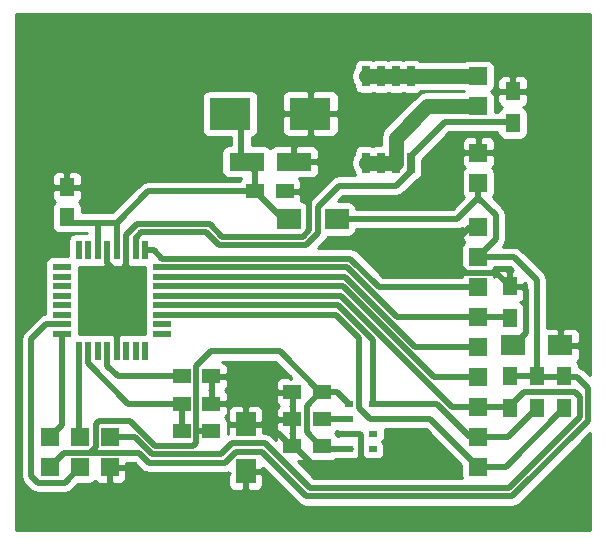
<source format=gbr>
G04 #@! TF.FileFunction,Copper,L1,Top,Signal*
%FSLAX46Y46*%
G04 Gerber Fmt 4.6, Leading zero omitted, Abs format (unit mm)*
G04 Created by KiCad (PCBNEW (2015-04-05 BZR 5577)-product) date Ne 27. září 2015, 11:55:30 CEST*
%MOMM*%
G01*
G04 APERTURE LIST*
%ADD10C,0.100000*%
%ADD11R,0.650000X1.700000*%
%ADD12R,1.500000X1.250000*%
%ADD13R,0.550000X1.600000*%
%ADD14R,1.600000X0.550000*%
%ADD15R,1.524000X1.524000*%
%ADD16R,0.800000X0.500000*%
%ADD17R,2.999740X1.501140*%
%ADD18R,3.500120X2.700020*%
%ADD19R,1.300000X1.500000*%
%ADD20R,2.000000X1.700000*%
%ADD21R,1.700000X2.000000*%
%ADD22R,1.250000X1.500000*%
%ADD23C,0.500000*%
%ADD24C,1.250000*%
%ADD25C,0.254000*%
G04 APERTURE END LIST*
D10*
D11*
X196295000Y-104250000D03*
X197565000Y-104250000D03*
X198835000Y-104250000D03*
X200105000Y-104250000D03*
X200105000Y-96950000D03*
X198835000Y-96950000D03*
X197565000Y-96950000D03*
X196295000Y-96950000D03*
D12*
X180730000Y-124650000D03*
X183230000Y-124650000D03*
X186965700Y-106677200D03*
X189465700Y-106677200D03*
X180730000Y-122350000D03*
X183230000Y-122350000D03*
X192580000Y-123675000D03*
X190080000Y-123675000D03*
X192590000Y-128270000D03*
X190090000Y-128270000D03*
X192590000Y-125980000D03*
X190090000Y-125980000D03*
D13*
X177617900Y-111669600D03*
X176817900Y-111669600D03*
X176017900Y-111669600D03*
X175217900Y-111669600D03*
X174417900Y-111669600D03*
X173617900Y-111669600D03*
X172817900Y-111669600D03*
X172017900Y-111669600D03*
D14*
X170567900Y-113119600D03*
X170567900Y-113919600D03*
X170567900Y-114719600D03*
X170567900Y-115519600D03*
X170567900Y-116319600D03*
X170567900Y-117119600D03*
X170567900Y-117919600D03*
X170567900Y-118719600D03*
D13*
X172017900Y-120169600D03*
X172817900Y-120169600D03*
X173617900Y-120169600D03*
X174417900Y-120169600D03*
X175217900Y-120169600D03*
X176017900Y-120169600D03*
X176817900Y-120169600D03*
X177617900Y-120169600D03*
D14*
X179067900Y-118719600D03*
X179067900Y-117919600D03*
X179067900Y-117119600D03*
X179067900Y-116319600D03*
X179067900Y-115519600D03*
X179067900Y-114719600D03*
X179067900Y-113919600D03*
X179067900Y-113119600D03*
D15*
X205800000Y-96930000D03*
X205800000Y-99470000D03*
X169560000Y-127510000D03*
X169560000Y-130050000D03*
X172100000Y-127510000D03*
X172100000Y-130050000D03*
X174640000Y-127510000D03*
X174640000Y-130050000D03*
D12*
X180730000Y-126950000D03*
X183230000Y-126950000D03*
D16*
X196900000Y-124705000D03*
X196900000Y-125955000D03*
X196900000Y-127205000D03*
X196900000Y-128455000D03*
X194900000Y-128455000D03*
X194900000Y-127205000D03*
X194900000Y-125955000D03*
X194890000Y-124705000D03*
D15*
X205810000Y-109700000D03*
X205810000Y-112240000D03*
X205810000Y-114780000D03*
X205810000Y-117320000D03*
X205810000Y-119860000D03*
X205810000Y-122400000D03*
X205810000Y-124940000D03*
X205810000Y-127480000D03*
X205810000Y-130020000D03*
X205830000Y-103420000D03*
X205830000Y-105960000D03*
D17*
X190218980Y-104180000D03*
X186221020Y-104180000D03*
D18*
X184818940Y-100100000D03*
X191621060Y-100100000D03*
D19*
X210780000Y-122330000D03*
X210780000Y-125030000D03*
X213100000Y-122330000D03*
X213100000Y-125030000D03*
X208490000Y-122340000D03*
X208490000Y-125040000D03*
X208740000Y-100910000D03*
X208740000Y-98210000D03*
X208480000Y-117420000D03*
X208480000Y-114720000D03*
D20*
X208790000Y-119730000D03*
X212790000Y-119730000D03*
X189840000Y-109020000D03*
X193840000Y-109020000D03*
D21*
X186140000Y-126390000D03*
X186140000Y-130390000D03*
D22*
X170990000Y-108840000D03*
X170990000Y-106340000D03*
D23*
X172817900Y-120169600D02*
X172817900Y-121254602D01*
X172817900Y-121254602D02*
X176213298Y-124650000D01*
X176213298Y-124650000D02*
X179480000Y-124650000D01*
X179480000Y-124650000D02*
X180730000Y-124650000D01*
X180605000Y-124650000D02*
X180730000Y-124650000D01*
X180744300Y-124942800D02*
X180744300Y-127242800D01*
X195940000Y-127345000D02*
X195940000Y-129690000D01*
X194900000Y-127205000D02*
X195800000Y-127205000D01*
X195800000Y-127205000D02*
X195940000Y-127345000D01*
X191905000Y-129960000D02*
X197190000Y-129960000D01*
X176017900Y-111669600D02*
X176017900Y-110369600D01*
X176017900Y-110369600D02*
X176927510Y-109459990D01*
X190950002Y-110520000D02*
X191520000Y-109950002D01*
X191520000Y-109950002D02*
X191520000Y-106530000D01*
X176927510Y-109459990D02*
X183079990Y-109459990D01*
X183079990Y-109459990D02*
X184140000Y-110520000D01*
X184140000Y-110520000D02*
X190950002Y-110520000D01*
X190090000Y-128270000D02*
X190215000Y-128270000D01*
X190215000Y-128270000D02*
X191905000Y-129960000D01*
X197990000Y-129160000D02*
X197990000Y-128020000D01*
X197190000Y-129960000D02*
X197990000Y-129160000D01*
X197990000Y-128020000D02*
X197850000Y-127880000D01*
X188735000Y-127145000D02*
X188670000Y-127210000D01*
X190090000Y-128270000D02*
X189965000Y-128270000D01*
X189965000Y-128270000D02*
X188840000Y-127145000D01*
X188840000Y-127145000D02*
X188735000Y-127145000D01*
X205810000Y-109700000D02*
X205120000Y-109700000D01*
X205120000Y-109700000D02*
X204120000Y-110700000D01*
X204120000Y-110700000D02*
X204120000Y-112884002D01*
X208480000Y-114695000D02*
X208480000Y-114820000D01*
X204120000Y-112884002D02*
X204803997Y-113567999D01*
X204803997Y-113567999D02*
X207352999Y-113567999D01*
X207352999Y-113567999D02*
X208480000Y-114695000D01*
X208790000Y-119730000D02*
X209830000Y-118690000D01*
X209830000Y-118690000D02*
X209830000Y-115070000D01*
X209830000Y-115070000D02*
X209580000Y-114820000D01*
X209580000Y-114820000D02*
X208480000Y-114820000D01*
X175217900Y-113744565D02*
X176017900Y-112944565D01*
X176017900Y-112944565D02*
X176017900Y-111669600D01*
X175217900Y-120169600D02*
X175217900Y-113744565D01*
X183230000Y-124650000D02*
X183105000Y-124650000D01*
X175217900Y-113554602D02*
X175217900Y-113744565D01*
X174417900Y-112754602D02*
X175217900Y-113554602D01*
X174417900Y-111669600D02*
X174417900Y-112754602D01*
X210780000Y-122330000D02*
X208500000Y-122330000D01*
X208500000Y-122330000D02*
X208490000Y-122340000D01*
X170120000Y-129540000D02*
X170070000Y-129540000D01*
X170070000Y-129540000D02*
X169560000Y-130050000D01*
X175217900Y-111669600D02*
X175217900Y-109322100D01*
X175217900Y-109322100D02*
X177862800Y-106677200D01*
X177862800Y-106677200D02*
X185715700Y-106677200D01*
X185715700Y-106677200D02*
X186965700Y-106677200D01*
X189840000Y-109020000D02*
X189308500Y-109020000D01*
X189308500Y-109020000D02*
X186965700Y-106677200D01*
X193840000Y-109020000D02*
X204032000Y-109020000D01*
X204032000Y-109020000D02*
X205830000Y-107222000D01*
X205830000Y-107222000D02*
X205830000Y-105960000D01*
X186965700Y-106677200D02*
X187090700Y-106677200D01*
X194900000Y-128455000D02*
X194810100Y-128455000D01*
X193860000Y-123675000D02*
X194890000Y-124705000D01*
X192580000Y-123675000D02*
X193860000Y-123675000D01*
X192775000Y-128455000D02*
X192590000Y-128270000D01*
X194900000Y-128455000D02*
X192775000Y-128455000D01*
X195050000Y-128455000D02*
X194900000Y-128455000D01*
X192465000Y-128270000D02*
X191290001Y-127095001D01*
X191290001Y-127095001D02*
X191290001Y-125162011D01*
X192590000Y-128270000D02*
X192465000Y-128270000D01*
X170760000Y-128860000D02*
X170790000Y-128830000D01*
X170750000Y-128860000D02*
X170760000Y-128860000D01*
X170790000Y-128830000D02*
X172960000Y-128830000D01*
X181930001Y-126999999D02*
X181980000Y-126950000D01*
X169560000Y-130050000D02*
X170750000Y-128860000D01*
X181980000Y-126950000D02*
X183230000Y-126950000D01*
X192580000Y-123675000D02*
X192455000Y-123675000D01*
X181930001Y-121464997D02*
X181930001Y-126999999D01*
X183164998Y-120230000D02*
X181930001Y-121464997D01*
X189010000Y-120230000D02*
X183164998Y-120230000D01*
X192455000Y-123675000D02*
X189010000Y-120230000D01*
X181930001Y-128019999D02*
X181930001Y-126999999D01*
X181690000Y-128260000D02*
X181930001Y-128019999D01*
X173695998Y-126120000D02*
X176360000Y-126120000D01*
X173427999Y-126387999D02*
X173695998Y-126120000D01*
X178500000Y-128260000D02*
X181690000Y-128260000D01*
X176360000Y-126120000D02*
X178500000Y-128260000D01*
X173427999Y-128362001D02*
X173427999Y-126387999D01*
X207300000Y-110750000D02*
X205810000Y-112240000D01*
X207300000Y-108692000D02*
X207300000Y-110750000D01*
X205830000Y-107222000D02*
X207300000Y-108692000D01*
X185750000Y-103708980D02*
X186221020Y-104180000D01*
X185750000Y-101031060D02*
X185750000Y-103708980D01*
X184818940Y-100100000D02*
X185750000Y-101031060D01*
X186965700Y-104924680D02*
X186221020Y-104180000D01*
X186965700Y-106677200D02*
X186965700Y-104924680D01*
X174237900Y-109322100D02*
X175217900Y-109322100D01*
X173617900Y-109322100D02*
X174237900Y-109322100D01*
X173617900Y-111669600D02*
X173617900Y-109322100D01*
X171470000Y-109320000D02*
X170990000Y-108840000D01*
X173615800Y-109320000D02*
X171470000Y-109320000D01*
X173617900Y-109322100D02*
X173615800Y-109320000D01*
X191290000Y-124840000D02*
X191290000Y-125300000D01*
X192455000Y-123675000D02*
X191290000Y-124840000D01*
X172960000Y-128830000D02*
X173427999Y-128362001D01*
X175754002Y-128830000D02*
X172960000Y-128830000D01*
X177090074Y-128830000D02*
X175754002Y-128830000D01*
X184349943Y-129660020D02*
X177920094Y-129660020D01*
X185289963Y-128720000D02*
X184349943Y-129660020D01*
X215120010Y-126084955D02*
X208694955Y-132510010D01*
X214225000Y-122430000D02*
X215120010Y-123325010D01*
X177920094Y-129660020D02*
X177090074Y-128830000D01*
X210770000Y-122440000D02*
X213090000Y-122440000D01*
X210780000Y-122430000D02*
X210770000Y-122440000D01*
X210780000Y-114170000D02*
X210780000Y-122430000D01*
X187490037Y-128720000D02*
X185289963Y-128720000D01*
X208850000Y-112240000D02*
X210780000Y-114170000D01*
X213090000Y-122440000D02*
X213100000Y-122430000D01*
X215120010Y-123325010D02*
X215120010Y-126084955D01*
X213100000Y-122430000D02*
X214225000Y-122430000D01*
X208694955Y-132510010D02*
X191280047Y-132510010D01*
X191280047Y-132510010D02*
X187490037Y-128720000D01*
X205810000Y-112240000D02*
X208850000Y-112240000D01*
X180730000Y-122350000D02*
X175298300Y-122350000D01*
X175298300Y-122350000D02*
X174417900Y-121469600D01*
X174417900Y-121469600D02*
X174417900Y-120169600D01*
X180730000Y-122350000D02*
X180605000Y-122350000D01*
X192615000Y-125955000D02*
X192590000Y-125980000D01*
X194900000Y-125955000D02*
X192615000Y-125955000D01*
X172100000Y-130050000D02*
X170810000Y-131340000D01*
X170810000Y-131340000D02*
X168515998Y-131340000D01*
X167990000Y-119197500D02*
X169267900Y-117919600D01*
X169267900Y-117919600D02*
X170567900Y-117919600D01*
X168515998Y-131340000D02*
X167990000Y-130814002D01*
X167990000Y-130814002D02*
X167990000Y-119197500D01*
X170567900Y-118719600D02*
X170567900Y-126502100D01*
X170567900Y-126502100D02*
X169560000Y-127510000D01*
X172017900Y-120169600D02*
X172017900Y-127427900D01*
X172017900Y-127427900D02*
X172100000Y-127510000D01*
X196900000Y-125955000D02*
X201745000Y-125955000D01*
X201745000Y-125955000D02*
X205810000Y-130020000D01*
X205810000Y-130020000D02*
X208135000Y-130020000D01*
X208135000Y-130020000D02*
X213100000Y-125055000D01*
X213100000Y-125055000D02*
X213100000Y-124930000D01*
X196750000Y-125955000D02*
X196900000Y-125955000D01*
X180367900Y-117119600D02*
X179067900Y-117119600D01*
X193789600Y-117119600D02*
X180367900Y-117119600D01*
X195740001Y-119070001D02*
X193789600Y-117119600D01*
X195740001Y-125005003D02*
X195740001Y-119070001D01*
X196689998Y-125955000D02*
X195740001Y-125005003D01*
X196900000Y-125955000D02*
X196689998Y-125955000D01*
X196900000Y-124705000D02*
X202335188Y-124705000D01*
X202335188Y-124705000D02*
X205110188Y-127480000D01*
X205110188Y-127480000D02*
X205810000Y-127480000D01*
X205810000Y-127480000D02*
X208355000Y-127480000D01*
X208355000Y-127480000D02*
X210780000Y-125055000D01*
X210780000Y-125055000D02*
X210780000Y-124930000D01*
X179067900Y-116319600D02*
X193979563Y-116319600D01*
X196900000Y-123955000D02*
X196900000Y-124705000D01*
X193979563Y-116319600D02*
X196900000Y-119240037D01*
X196900000Y-119240037D02*
X196900000Y-123955000D01*
X208490000Y-124940000D02*
X205810000Y-124940000D01*
X178210047Y-128960010D02*
X176760037Y-127510000D01*
X184059990Y-128960010D02*
X178210047Y-128960010D01*
X185000010Y-128019990D02*
X184059990Y-128960010D01*
X191570000Y-131810000D02*
X187779990Y-128019990D01*
X214420000Y-125795002D02*
X208405002Y-131810000D01*
X214420000Y-124064998D02*
X214420000Y-125795002D01*
X213985003Y-123630001D02*
X214420000Y-124064998D01*
X209674999Y-123630001D02*
X213985003Y-123630001D01*
X208490000Y-124815000D02*
X209674999Y-123630001D01*
X208405002Y-131810000D02*
X191570000Y-131810000D01*
X176760037Y-127510000D02*
X175902000Y-127510000D01*
X187779990Y-128019990D02*
X185000010Y-128019990D01*
X208490000Y-124940000D02*
X208490000Y-124815000D01*
X175902000Y-127510000D02*
X174640000Y-127510000D01*
X194169526Y-115519600D02*
X203589926Y-124940000D01*
X179067900Y-115519600D02*
X194169526Y-115519600D01*
X203589926Y-124940000D02*
X204548000Y-124940000D01*
X204548000Y-124940000D02*
X205810000Y-124940000D01*
X202039889Y-122400000D02*
X204548000Y-122400000D01*
X204548000Y-122400000D02*
X205810000Y-122400000D01*
X194359489Y-114719600D02*
X202039889Y-122400000D01*
X179067900Y-114719600D02*
X194359489Y-114719600D01*
X194549452Y-113919600D02*
X200489852Y-119860000D01*
X179067900Y-113919600D02*
X194549452Y-113919600D01*
X200489852Y-119860000D02*
X204548000Y-119860000D01*
X204548000Y-119860000D02*
X205810000Y-119860000D01*
D24*
X196295000Y-96950000D02*
X197565000Y-96950000D01*
X198835000Y-96950000D02*
X197565000Y-96950000D01*
X200105000Y-96950000D02*
X198835000Y-96950000D01*
X205800000Y-96930000D02*
X200125000Y-96930000D01*
X200125000Y-96930000D02*
X200105000Y-96950000D01*
X198835000Y-102150000D02*
X198835000Y-104250000D01*
X201515000Y-99470000D02*
X198835000Y-102150000D01*
X205800000Y-99470000D02*
X201515000Y-99470000D01*
X196295000Y-104250000D02*
X197565000Y-104250000D01*
X196295000Y-104250000D02*
X198835000Y-104250000D01*
D23*
X200105000Y-104250000D02*
X200105000Y-104965002D01*
X200105000Y-104965002D02*
X198870002Y-106200000D01*
X198870002Y-106200000D02*
X194049998Y-106200000D01*
X192270000Y-107979998D02*
X192270000Y-110189965D01*
X183850047Y-111220010D02*
X182790038Y-110160000D01*
X194049998Y-106200000D02*
X192270000Y-107979998D01*
X176817900Y-110584598D02*
X176817900Y-111669600D01*
X192270000Y-110189965D02*
X191239955Y-111220010D01*
X191239955Y-111220010D02*
X183850047Y-111220010D01*
X182790038Y-110160000D02*
X177242498Y-110160000D01*
X177242498Y-110160000D02*
X176892899Y-110509599D01*
X176892899Y-110509599D02*
X176892899Y-110659597D01*
X176892899Y-110659597D02*
X176817900Y-110584598D01*
X208740000Y-100810000D02*
X203020000Y-100810000D01*
X203020000Y-100810000D02*
X200105000Y-103725000D01*
X200105000Y-103725000D02*
X200105000Y-104250000D01*
X208480000Y-117320000D02*
X205810000Y-117320000D01*
X194739415Y-113119600D02*
X198939815Y-117320000D01*
X179067900Y-113119600D02*
X194739415Y-113119600D01*
X204548000Y-117320000D02*
X205810000Y-117320000D01*
X198939815Y-117320000D02*
X204548000Y-117320000D01*
X205499600Y-114469600D02*
X205810000Y-114780000D01*
X178392900Y-111669600D02*
X179093310Y-112370010D01*
X194979787Y-112370010D02*
X197389777Y-114780000D01*
X179093310Y-112370010D02*
X194979787Y-112370010D01*
X197389777Y-114780000D02*
X204548000Y-114780000D01*
X177617900Y-111669600D02*
X178392900Y-111669600D01*
X204548000Y-114780000D02*
X205810000Y-114780000D01*
D25*
G36*
X177645113Y-118321665D02*
X177620460Y-118444600D01*
X177620460Y-118722160D01*
X177342900Y-118722160D01*
X177215834Y-118746813D01*
X177092900Y-118722160D01*
X176542900Y-118722160D01*
X176415834Y-118746813D01*
X176292900Y-118722160D01*
X175742900Y-118722160D01*
X175638213Y-118742471D01*
X175619210Y-118734600D01*
X175503650Y-118734600D01*
X175408490Y-118829759D01*
X175287973Y-118908927D01*
X175217945Y-119012668D01*
X175153573Y-118914673D01*
X175026337Y-118828787D01*
X174932150Y-118734600D01*
X174816590Y-118734600D01*
X174796476Y-118742931D01*
X174692900Y-118722160D01*
X174142900Y-118722160D01*
X174015834Y-118746813D01*
X173892900Y-118722160D01*
X173342900Y-118722160D01*
X173215834Y-118746813D01*
X173092900Y-118722160D01*
X172542900Y-118722160D01*
X172415834Y-118746813D01*
X172292900Y-118722160D01*
X172015340Y-118722160D01*
X172015340Y-118444600D01*
X171990686Y-118317534D01*
X172015340Y-118194600D01*
X172015340Y-117644600D01*
X171990686Y-117517534D01*
X172015340Y-117394600D01*
X172015340Y-116844600D01*
X171990686Y-116717534D01*
X172015340Y-116594600D01*
X172015340Y-116044600D01*
X171990686Y-115917534D01*
X172015340Y-115794600D01*
X172015340Y-115244600D01*
X171990686Y-115117534D01*
X172015340Y-114994600D01*
X172015340Y-114444600D01*
X171990686Y-114317534D01*
X172015340Y-114194600D01*
X172015340Y-113644600D01*
X171990686Y-113517534D01*
X172015340Y-113394600D01*
X172015340Y-113117040D01*
X172292900Y-113117040D01*
X172419965Y-113092386D01*
X172542900Y-113117040D01*
X173092900Y-113117040D01*
X173219965Y-113092386D01*
X173342900Y-113117040D01*
X173892900Y-113117040D01*
X173997586Y-113096728D01*
X174016590Y-113104600D01*
X174132150Y-113104600D01*
X174227309Y-113009440D01*
X174347827Y-112930273D01*
X174417854Y-112826531D01*
X174482227Y-112924527D01*
X174609462Y-113010412D01*
X174703650Y-113104600D01*
X174819210Y-113104600D01*
X174839323Y-113096268D01*
X174942900Y-113117040D01*
X175492900Y-113117040D01*
X175597586Y-113096728D01*
X175616590Y-113104600D01*
X175732150Y-113104600D01*
X175827309Y-113009440D01*
X175947827Y-112930273D01*
X176017854Y-112826531D01*
X176082227Y-112924527D01*
X176209462Y-113010412D01*
X176303650Y-113104600D01*
X176419210Y-113104600D01*
X176439323Y-113096268D01*
X176542900Y-113117040D01*
X177092900Y-113117040D01*
X177219965Y-113092386D01*
X177342900Y-113117040D01*
X177620460Y-113117040D01*
X177620460Y-113394600D01*
X177645113Y-113521665D01*
X177620460Y-113644600D01*
X177620460Y-114194600D01*
X177645113Y-114321665D01*
X177620460Y-114444600D01*
X177620460Y-114994600D01*
X177645113Y-115121665D01*
X177620460Y-115244600D01*
X177620460Y-115794600D01*
X177645113Y-115921665D01*
X177620460Y-116044600D01*
X177620460Y-116594600D01*
X177645113Y-116721665D01*
X177620460Y-116844600D01*
X177620460Y-117394600D01*
X177645113Y-117521665D01*
X177620460Y-117644600D01*
X177620460Y-118194600D01*
X177645113Y-118321665D01*
X177645113Y-118321665D01*
G37*
X177645113Y-118321665D02*
X177620460Y-118444600D01*
X177620460Y-118722160D01*
X177342900Y-118722160D01*
X177215834Y-118746813D01*
X177092900Y-118722160D01*
X176542900Y-118722160D01*
X176415834Y-118746813D01*
X176292900Y-118722160D01*
X175742900Y-118722160D01*
X175638213Y-118742471D01*
X175619210Y-118734600D01*
X175503650Y-118734600D01*
X175408490Y-118829759D01*
X175287973Y-118908927D01*
X175217945Y-119012668D01*
X175153573Y-118914673D01*
X175026337Y-118828787D01*
X174932150Y-118734600D01*
X174816590Y-118734600D01*
X174796476Y-118742931D01*
X174692900Y-118722160D01*
X174142900Y-118722160D01*
X174015834Y-118746813D01*
X173892900Y-118722160D01*
X173342900Y-118722160D01*
X173215834Y-118746813D01*
X173092900Y-118722160D01*
X172542900Y-118722160D01*
X172415834Y-118746813D01*
X172292900Y-118722160D01*
X172015340Y-118722160D01*
X172015340Y-118444600D01*
X171990686Y-118317534D01*
X172015340Y-118194600D01*
X172015340Y-117644600D01*
X171990686Y-117517534D01*
X172015340Y-117394600D01*
X172015340Y-116844600D01*
X171990686Y-116717534D01*
X172015340Y-116594600D01*
X172015340Y-116044600D01*
X171990686Y-115917534D01*
X172015340Y-115794600D01*
X172015340Y-115244600D01*
X171990686Y-115117534D01*
X172015340Y-114994600D01*
X172015340Y-114444600D01*
X171990686Y-114317534D01*
X172015340Y-114194600D01*
X172015340Y-113644600D01*
X171990686Y-113517534D01*
X172015340Y-113394600D01*
X172015340Y-113117040D01*
X172292900Y-113117040D01*
X172419965Y-113092386D01*
X172542900Y-113117040D01*
X173092900Y-113117040D01*
X173219965Y-113092386D01*
X173342900Y-113117040D01*
X173892900Y-113117040D01*
X173997586Y-113096728D01*
X174016590Y-113104600D01*
X174132150Y-113104600D01*
X174227309Y-113009440D01*
X174347827Y-112930273D01*
X174417854Y-112826531D01*
X174482227Y-112924527D01*
X174609462Y-113010412D01*
X174703650Y-113104600D01*
X174819210Y-113104600D01*
X174839323Y-113096268D01*
X174942900Y-113117040D01*
X175492900Y-113117040D01*
X175597586Y-113096728D01*
X175616590Y-113104600D01*
X175732150Y-113104600D01*
X175827309Y-113009440D01*
X175947827Y-112930273D01*
X176017854Y-112826531D01*
X176082227Y-112924527D01*
X176209462Y-113010412D01*
X176303650Y-113104600D01*
X176419210Y-113104600D01*
X176439323Y-113096268D01*
X176542900Y-113117040D01*
X177092900Y-113117040D01*
X177219965Y-113092386D01*
X177342900Y-113117040D01*
X177620460Y-113117040D01*
X177620460Y-113394600D01*
X177645113Y-113521665D01*
X177620460Y-113644600D01*
X177620460Y-114194600D01*
X177645113Y-114321665D01*
X177620460Y-114444600D01*
X177620460Y-114994600D01*
X177645113Y-115121665D01*
X177620460Y-115244600D01*
X177620460Y-115794600D01*
X177645113Y-115921665D01*
X177620460Y-116044600D01*
X177620460Y-116594600D01*
X177645113Y-116721665D01*
X177620460Y-116844600D01*
X177620460Y-117394600D01*
X177645113Y-117521665D01*
X177620460Y-117644600D01*
X177620460Y-118194600D01*
X177645113Y-118321665D01*
G36*
X190263250Y-124832500D02*
X190217000Y-124878750D01*
X190217000Y-125853000D01*
X190237000Y-125853000D01*
X190237000Y-126107000D01*
X190217000Y-126107000D01*
X190217000Y-127081250D01*
X190260750Y-127125000D01*
X190217000Y-127168750D01*
X190217000Y-128143000D01*
X190237000Y-128143000D01*
X190237000Y-128397000D01*
X190217000Y-128397000D01*
X190217000Y-128417000D01*
X189963000Y-128417000D01*
X189963000Y-128397000D01*
X189943000Y-128397000D01*
X189943000Y-128143000D01*
X189963000Y-128143000D01*
X189963000Y-127168750D01*
X189919250Y-127125000D01*
X189963000Y-127081250D01*
X189963000Y-126107000D01*
X189963000Y-125853000D01*
X189963000Y-124878750D01*
X189906750Y-124822500D01*
X189953000Y-124776250D01*
X189953000Y-123802000D01*
X188853750Y-123802000D01*
X188695000Y-123960750D01*
X188695000Y-124173691D01*
X188695000Y-124426310D01*
X188791673Y-124659699D01*
X188964474Y-124832499D01*
X188801673Y-124995301D01*
X188705000Y-125228690D01*
X188705000Y-125481309D01*
X188705000Y-125694250D01*
X188863750Y-125853000D01*
X189963000Y-125853000D01*
X189963000Y-126107000D01*
X188863750Y-126107000D01*
X188705000Y-126265750D01*
X188705000Y-126478691D01*
X188705000Y-126731310D01*
X188801673Y-126964699D01*
X188961974Y-127125000D01*
X188801673Y-127285301D01*
X188705000Y-127518690D01*
X188705000Y-127693420D01*
X188405780Y-127394200D01*
X188118665Y-127202357D01*
X188062474Y-127191179D01*
X187779990Y-127134989D01*
X187779984Y-127134990D01*
X187625000Y-127134990D01*
X187625000Y-126675750D01*
X187625000Y-126104250D01*
X187625000Y-125263691D01*
X187528327Y-125030302D01*
X187349699Y-124851673D01*
X187116310Y-124755000D01*
X186863691Y-124755000D01*
X186425750Y-124755000D01*
X186267000Y-124913750D01*
X186267000Y-126263000D01*
X187466250Y-126263000D01*
X187625000Y-126104250D01*
X187625000Y-126675750D01*
X187466250Y-126517000D01*
X186267000Y-126517000D01*
X186267000Y-126537000D01*
X186013000Y-126537000D01*
X186013000Y-126517000D01*
X186013000Y-126263000D01*
X186013000Y-124913750D01*
X185854250Y-124755000D01*
X185416309Y-124755000D01*
X185163690Y-124755000D01*
X184930301Y-124851673D01*
X184751673Y-125030302D01*
X184655000Y-125263691D01*
X184655000Y-126104250D01*
X184813750Y-126263000D01*
X186013000Y-126263000D01*
X186013000Y-126517000D01*
X184813750Y-126517000D01*
X184655000Y-126675750D01*
X184655000Y-127206589D01*
X184627440Y-127225004D01*
X184627440Y-126325000D01*
X184580463Y-126082877D01*
X184440673Y-125870073D01*
X184346511Y-125806513D01*
X184518327Y-125634699D01*
X184615000Y-125401310D01*
X184615000Y-125148691D01*
X184615000Y-124935750D01*
X184615000Y-124364250D01*
X184615000Y-124151309D01*
X184615000Y-123898690D01*
X184518327Y-123665301D01*
X184353025Y-123500000D01*
X184518327Y-123334699D01*
X184615000Y-123101310D01*
X184615000Y-122848691D01*
X184615000Y-122635750D01*
X184456250Y-122477000D01*
X183357000Y-122477000D01*
X183357000Y-123451250D01*
X183405750Y-123500000D01*
X183357000Y-123548750D01*
X183357000Y-124523000D01*
X184456250Y-124523000D01*
X184615000Y-124364250D01*
X184615000Y-124935750D01*
X184456250Y-124777000D01*
X183357000Y-124777000D01*
X183357000Y-124797000D01*
X183103000Y-124797000D01*
X183103000Y-124777000D01*
X183083000Y-124777000D01*
X183083000Y-124523000D01*
X183103000Y-124523000D01*
X183103000Y-123548750D01*
X183054250Y-123500000D01*
X183103000Y-123451250D01*
X183103000Y-122477000D01*
X183083000Y-122477000D01*
X183083000Y-122223000D01*
X183103000Y-122223000D01*
X183103000Y-122203000D01*
X183357000Y-122203000D01*
X183357000Y-122223000D01*
X184456250Y-122223000D01*
X184615000Y-122064250D01*
X184615000Y-121851309D01*
X184615000Y-121598690D01*
X184518327Y-121365301D01*
X184339698Y-121186673D01*
X184166664Y-121115000D01*
X188643420Y-121115000D01*
X189952998Y-122424577D01*
X189952998Y-122573748D01*
X189794250Y-122415000D01*
X189203691Y-122415000D01*
X188970302Y-122511673D01*
X188791673Y-122690301D01*
X188695000Y-122923690D01*
X188695000Y-123176309D01*
X188695000Y-123389250D01*
X188853750Y-123548000D01*
X189953000Y-123548000D01*
X189953000Y-123528000D01*
X190207000Y-123528000D01*
X190207000Y-123548000D01*
X190227000Y-123548000D01*
X190227000Y-123802000D01*
X190207000Y-123802000D01*
X190207000Y-124776250D01*
X190263250Y-124832500D01*
X190263250Y-124832500D01*
G37*
X190263250Y-124832500D02*
X190217000Y-124878750D01*
X190217000Y-125853000D01*
X190237000Y-125853000D01*
X190237000Y-126107000D01*
X190217000Y-126107000D01*
X190217000Y-127081250D01*
X190260750Y-127125000D01*
X190217000Y-127168750D01*
X190217000Y-128143000D01*
X190237000Y-128143000D01*
X190237000Y-128397000D01*
X190217000Y-128397000D01*
X190217000Y-128417000D01*
X189963000Y-128417000D01*
X189963000Y-128397000D01*
X189943000Y-128397000D01*
X189943000Y-128143000D01*
X189963000Y-128143000D01*
X189963000Y-127168750D01*
X189919250Y-127125000D01*
X189963000Y-127081250D01*
X189963000Y-126107000D01*
X189963000Y-125853000D01*
X189963000Y-124878750D01*
X189906750Y-124822500D01*
X189953000Y-124776250D01*
X189953000Y-123802000D01*
X188853750Y-123802000D01*
X188695000Y-123960750D01*
X188695000Y-124173691D01*
X188695000Y-124426310D01*
X188791673Y-124659699D01*
X188964474Y-124832499D01*
X188801673Y-124995301D01*
X188705000Y-125228690D01*
X188705000Y-125481309D01*
X188705000Y-125694250D01*
X188863750Y-125853000D01*
X189963000Y-125853000D01*
X189963000Y-126107000D01*
X188863750Y-126107000D01*
X188705000Y-126265750D01*
X188705000Y-126478691D01*
X188705000Y-126731310D01*
X188801673Y-126964699D01*
X188961974Y-127125000D01*
X188801673Y-127285301D01*
X188705000Y-127518690D01*
X188705000Y-127693420D01*
X188405780Y-127394200D01*
X188118665Y-127202357D01*
X188062474Y-127191179D01*
X187779990Y-127134989D01*
X187779984Y-127134990D01*
X187625000Y-127134990D01*
X187625000Y-126675750D01*
X187625000Y-126104250D01*
X187625000Y-125263691D01*
X187528327Y-125030302D01*
X187349699Y-124851673D01*
X187116310Y-124755000D01*
X186863691Y-124755000D01*
X186425750Y-124755000D01*
X186267000Y-124913750D01*
X186267000Y-126263000D01*
X187466250Y-126263000D01*
X187625000Y-126104250D01*
X187625000Y-126675750D01*
X187466250Y-126517000D01*
X186267000Y-126517000D01*
X186267000Y-126537000D01*
X186013000Y-126537000D01*
X186013000Y-126517000D01*
X186013000Y-126263000D01*
X186013000Y-124913750D01*
X185854250Y-124755000D01*
X185416309Y-124755000D01*
X185163690Y-124755000D01*
X184930301Y-124851673D01*
X184751673Y-125030302D01*
X184655000Y-125263691D01*
X184655000Y-126104250D01*
X184813750Y-126263000D01*
X186013000Y-126263000D01*
X186013000Y-126517000D01*
X184813750Y-126517000D01*
X184655000Y-126675750D01*
X184655000Y-127206589D01*
X184627440Y-127225004D01*
X184627440Y-126325000D01*
X184580463Y-126082877D01*
X184440673Y-125870073D01*
X184346511Y-125806513D01*
X184518327Y-125634699D01*
X184615000Y-125401310D01*
X184615000Y-125148691D01*
X184615000Y-124935750D01*
X184615000Y-124364250D01*
X184615000Y-124151309D01*
X184615000Y-123898690D01*
X184518327Y-123665301D01*
X184353025Y-123500000D01*
X184518327Y-123334699D01*
X184615000Y-123101310D01*
X184615000Y-122848691D01*
X184615000Y-122635750D01*
X184456250Y-122477000D01*
X183357000Y-122477000D01*
X183357000Y-123451250D01*
X183405750Y-123500000D01*
X183357000Y-123548750D01*
X183357000Y-124523000D01*
X184456250Y-124523000D01*
X184615000Y-124364250D01*
X184615000Y-124935750D01*
X184456250Y-124777000D01*
X183357000Y-124777000D01*
X183357000Y-124797000D01*
X183103000Y-124797000D01*
X183103000Y-124777000D01*
X183083000Y-124777000D01*
X183083000Y-124523000D01*
X183103000Y-124523000D01*
X183103000Y-123548750D01*
X183054250Y-123500000D01*
X183103000Y-123451250D01*
X183103000Y-122477000D01*
X183083000Y-122477000D01*
X183083000Y-122223000D01*
X183103000Y-122223000D01*
X183103000Y-122203000D01*
X183357000Y-122203000D01*
X183357000Y-122223000D01*
X184456250Y-122223000D01*
X184615000Y-122064250D01*
X184615000Y-121851309D01*
X184615000Y-121598690D01*
X184518327Y-121365301D01*
X184339698Y-121186673D01*
X184166664Y-121115000D01*
X188643420Y-121115000D01*
X189952998Y-122424577D01*
X189952998Y-122573748D01*
X189794250Y-122415000D01*
X189203691Y-122415000D01*
X188970302Y-122511673D01*
X188791673Y-122690301D01*
X188695000Y-122923690D01*
X188695000Y-123176309D01*
X188695000Y-123389250D01*
X188853750Y-123548000D01*
X189953000Y-123548000D01*
X189953000Y-123528000D01*
X190207000Y-123528000D01*
X190207000Y-123548000D01*
X190227000Y-123548000D01*
X190227000Y-123802000D01*
X190207000Y-123802000D01*
X190207000Y-124776250D01*
X190263250Y-124832500D01*
G36*
X195047000Y-127330000D02*
X195027000Y-127330000D01*
X195027000Y-127352000D01*
X194773000Y-127352000D01*
X194773000Y-127330000D01*
X194023750Y-127330000D01*
X193942154Y-127411595D01*
X193940463Y-127402877D01*
X193800673Y-127190073D01*
X193704439Y-127125113D01*
X193794927Y-127065673D01*
X193865000Y-126961863D01*
X193881366Y-126937616D01*
X194023750Y-127080000D01*
X194773000Y-127080000D01*
X194773000Y-127058000D01*
X195027000Y-127058000D01*
X195027000Y-127080000D01*
X195047000Y-127080000D01*
X195047000Y-127330000D01*
X195047000Y-127330000D01*
G37*
X195047000Y-127330000D02*
X195027000Y-127330000D01*
X195027000Y-127352000D01*
X194773000Y-127352000D01*
X194773000Y-127330000D01*
X194023750Y-127330000D01*
X193942154Y-127411595D01*
X193940463Y-127402877D01*
X193800673Y-127190073D01*
X193704439Y-127125113D01*
X193794927Y-127065673D01*
X193865000Y-126961863D01*
X193881366Y-126937616D01*
X194023750Y-127080000D01*
X194773000Y-127080000D01*
X194773000Y-127058000D01*
X195027000Y-127058000D01*
X195027000Y-127080000D01*
X195047000Y-127080000D01*
X195047000Y-127330000D01*
G36*
X204428305Y-130925000D02*
X191936579Y-130925000D01*
X190541579Y-129530000D01*
X190966309Y-129530000D01*
X191199698Y-129433327D01*
X191341176Y-129291849D01*
X191379327Y-129349927D01*
X191590360Y-129492377D01*
X191840000Y-129542440D01*
X193340000Y-129542440D01*
X193582123Y-129495463D01*
X193794927Y-129355673D01*
X193805506Y-129340000D01*
X194437967Y-129340000D01*
X194500000Y-129352440D01*
X195300000Y-129352440D01*
X195542123Y-129305463D01*
X195754927Y-129165673D01*
X195897377Y-128954640D01*
X195899216Y-128945469D01*
X195899537Y-128947123D01*
X196039327Y-129159927D01*
X196250360Y-129302377D01*
X196500000Y-129352440D01*
X197300000Y-129352440D01*
X197542123Y-129305463D01*
X197754927Y-129165673D01*
X197897377Y-128954640D01*
X197947440Y-128705000D01*
X197947440Y-128205000D01*
X197900463Y-127962877D01*
X197812969Y-127829685D01*
X197897377Y-127704640D01*
X197947440Y-127455000D01*
X197947440Y-126955000D01*
X197925127Y-126840000D01*
X201378420Y-126840000D01*
X204400560Y-129862139D01*
X204400560Y-130782000D01*
X204428305Y-130925000D01*
X204428305Y-130925000D01*
G37*
X204428305Y-130925000D02*
X191936579Y-130925000D01*
X190541579Y-129530000D01*
X190966309Y-129530000D01*
X191199698Y-129433327D01*
X191341176Y-129291849D01*
X191379327Y-129349927D01*
X191590360Y-129492377D01*
X191840000Y-129542440D01*
X193340000Y-129542440D01*
X193582123Y-129495463D01*
X193794927Y-129355673D01*
X193805506Y-129340000D01*
X194437967Y-129340000D01*
X194500000Y-129352440D01*
X195300000Y-129352440D01*
X195542123Y-129305463D01*
X195754927Y-129165673D01*
X195897377Y-128954640D01*
X195899216Y-128945469D01*
X195899537Y-128947123D01*
X196039327Y-129159927D01*
X196250360Y-129302377D01*
X196500000Y-129352440D01*
X197300000Y-129352440D01*
X197542123Y-129305463D01*
X197754927Y-129165673D01*
X197897377Y-128954640D01*
X197947440Y-128705000D01*
X197947440Y-128205000D01*
X197900463Y-127962877D01*
X197812969Y-127829685D01*
X197897377Y-127704640D01*
X197947440Y-127455000D01*
X197947440Y-126955000D01*
X197925127Y-126840000D01*
X201378420Y-126840000D01*
X204400560Y-129862139D01*
X204400560Y-130782000D01*
X204428305Y-130925000D01*
G36*
X204665541Y-113509722D02*
X204593073Y-113557327D01*
X204450623Y-113768360D01*
X204425226Y-113895000D01*
X197756356Y-113895000D01*
X195605577Y-111744220D01*
X195318462Y-111552377D01*
X195262271Y-111541199D01*
X194979787Y-111485009D01*
X194979781Y-111485010D01*
X192226534Y-111485010D01*
X192895786Y-110815757D01*
X192895790Y-110815755D01*
X192895790Y-110815754D01*
X193023975Y-110623911D01*
X193087633Y-110528640D01*
X193087634Y-110528639D01*
X193089861Y-110517440D01*
X194840000Y-110517440D01*
X195082123Y-110470463D01*
X195294927Y-110330673D01*
X195437377Y-110119640D01*
X195480421Y-109905000D01*
X204031994Y-109905000D01*
X204032000Y-109905001D01*
X204032000Y-109905000D01*
X204314484Y-109848810D01*
X204370674Y-109837633D01*
X204370675Y-109837633D01*
X204413000Y-109809352D01*
X204413000Y-109827002D01*
X204571748Y-109827002D01*
X204413000Y-109985750D01*
X204413000Y-110335691D01*
X204413000Y-110588310D01*
X204509673Y-110821699D01*
X204660807Y-110972832D01*
X204593073Y-111017327D01*
X204450623Y-111228360D01*
X204400560Y-111478000D01*
X204400560Y-113002000D01*
X204447537Y-113244123D01*
X204587327Y-113456927D01*
X204665541Y-113509722D01*
X204665541Y-113509722D01*
G37*
X204665541Y-113509722D02*
X204593073Y-113557327D01*
X204450623Y-113768360D01*
X204425226Y-113895000D01*
X197756356Y-113895000D01*
X195605577Y-111744220D01*
X195318462Y-111552377D01*
X195262271Y-111541199D01*
X194979787Y-111485009D01*
X194979781Y-111485010D01*
X192226534Y-111485010D01*
X192895786Y-110815757D01*
X192895790Y-110815755D01*
X192895790Y-110815754D01*
X193023975Y-110623911D01*
X193087633Y-110528640D01*
X193087634Y-110528639D01*
X193089861Y-110517440D01*
X194840000Y-110517440D01*
X195082123Y-110470463D01*
X195294927Y-110330673D01*
X195437377Y-110119640D01*
X195480421Y-109905000D01*
X204031994Y-109905000D01*
X204032000Y-109905001D01*
X204032000Y-109905000D01*
X204314484Y-109848810D01*
X204370674Y-109837633D01*
X204370675Y-109837633D01*
X204413000Y-109809352D01*
X204413000Y-109827002D01*
X204571748Y-109827002D01*
X204413000Y-109985750D01*
X204413000Y-110335691D01*
X204413000Y-110588310D01*
X204509673Y-110821699D01*
X204660807Y-110972832D01*
X204593073Y-111017327D01*
X204450623Y-111228360D01*
X204400560Y-111478000D01*
X204400560Y-113002000D01*
X204447537Y-113244123D01*
X204587327Y-113456927D01*
X204665541Y-113509722D01*
G36*
X205957000Y-109827000D02*
X205937000Y-109827000D01*
X205937000Y-109847000D01*
X205683000Y-109847000D01*
X205683000Y-109827000D01*
X205663000Y-109827000D01*
X205663000Y-109573000D01*
X205683000Y-109573000D01*
X205683000Y-109553000D01*
X205937000Y-109553000D01*
X205937000Y-109573000D01*
X205957000Y-109573000D01*
X205957000Y-109827000D01*
X205957000Y-109827000D01*
G37*
X205957000Y-109827000D02*
X205937000Y-109827000D01*
X205937000Y-109847000D01*
X205683000Y-109847000D01*
X205683000Y-109827000D01*
X205663000Y-109827000D01*
X205663000Y-109573000D01*
X205683000Y-109573000D01*
X205683000Y-109553000D01*
X205937000Y-109553000D01*
X205937000Y-109573000D01*
X205957000Y-109573000D01*
X205957000Y-109827000D01*
G36*
X208937000Y-119857000D02*
X208917000Y-119857000D01*
X208917000Y-119877000D01*
X208663000Y-119877000D01*
X208663000Y-119857000D01*
X208643000Y-119857000D01*
X208643000Y-119603000D01*
X208663000Y-119603000D01*
X208663000Y-119583000D01*
X208917000Y-119583000D01*
X208917000Y-119603000D01*
X208937000Y-119603000D01*
X208937000Y-119857000D01*
X208937000Y-119857000D01*
G37*
X208937000Y-119857000D02*
X208917000Y-119857000D01*
X208917000Y-119877000D01*
X208663000Y-119877000D01*
X208663000Y-119857000D01*
X208643000Y-119857000D01*
X208643000Y-119603000D01*
X208663000Y-119603000D01*
X208663000Y-119583000D01*
X208917000Y-119583000D01*
X208917000Y-119603000D01*
X208937000Y-119603000D01*
X208937000Y-119857000D01*
G36*
X209895000Y-118245000D02*
X209762399Y-118245000D01*
X209777440Y-118170000D01*
X209777440Y-116670000D01*
X209730463Y-116427877D01*
X209590673Y-116215073D01*
X209379640Y-116072623D01*
X209349208Y-116066520D01*
X209489699Y-116008327D01*
X209668327Y-115829698D01*
X209765000Y-115596309D01*
X209765000Y-115005750D01*
X209606250Y-114847000D01*
X208607000Y-114847000D01*
X208607000Y-114867000D01*
X208353000Y-114867000D01*
X208353000Y-114847000D01*
X208333000Y-114847000D01*
X208333000Y-114593000D01*
X208353000Y-114593000D01*
X208353000Y-113493750D01*
X208194250Y-113335000D01*
X207956309Y-113335000D01*
X207703690Y-113335000D01*
X207470301Y-113431673D01*
X207291673Y-113610302D01*
X207195000Y-113843691D01*
X207195000Y-113892034D01*
X207172463Y-113775877D01*
X207032673Y-113563073D01*
X206954458Y-113510277D01*
X207026927Y-113462673D01*
X207169377Y-113251640D01*
X207194773Y-113125000D01*
X208483420Y-113125000D01*
X208729585Y-113371164D01*
X208607000Y-113493750D01*
X208607000Y-114593000D01*
X209606250Y-114593000D01*
X209765000Y-114434250D01*
X209765000Y-114406579D01*
X209895000Y-114536579D01*
X209895000Y-118245000D01*
X209895000Y-118245000D01*
G37*
X209895000Y-118245000D02*
X209762399Y-118245000D01*
X209777440Y-118170000D01*
X209777440Y-116670000D01*
X209730463Y-116427877D01*
X209590673Y-116215073D01*
X209379640Y-116072623D01*
X209349208Y-116066520D01*
X209489699Y-116008327D01*
X209668327Y-115829698D01*
X209765000Y-115596309D01*
X209765000Y-115005750D01*
X209606250Y-114847000D01*
X208607000Y-114847000D01*
X208607000Y-114867000D01*
X208353000Y-114867000D01*
X208353000Y-114847000D01*
X208333000Y-114847000D01*
X208333000Y-114593000D01*
X208353000Y-114593000D01*
X208353000Y-113493750D01*
X208194250Y-113335000D01*
X207956309Y-113335000D01*
X207703690Y-113335000D01*
X207470301Y-113431673D01*
X207291673Y-113610302D01*
X207195000Y-113843691D01*
X207195000Y-113892034D01*
X207172463Y-113775877D01*
X207032673Y-113563073D01*
X206954458Y-113510277D01*
X207026927Y-113462673D01*
X207169377Y-113251640D01*
X207194773Y-113125000D01*
X208483420Y-113125000D01*
X208729585Y-113371164D01*
X208607000Y-113493750D01*
X208607000Y-114593000D01*
X209606250Y-114593000D01*
X209765000Y-114434250D01*
X209765000Y-114406579D01*
X209895000Y-114536579D01*
X209895000Y-118245000D01*
G36*
X215315000Y-135315000D02*
X187625000Y-135315000D01*
X187625000Y-131516309D01*
X187625000Y-130675750D01*
X187466250Y-130517000D01*
X186267000Y-130517000D01*
X186267000Y-131866250D01*
X186425750Y-132025000D01*
X186863691Y-132025000D01*
X187116310Y-132025000D01*
X187349699Y-131928327D01*
X187528327Y-131749698D01*
X187625000Y-131516309D01*
X187625000Y-135315000D01*
X186013000Y-135315000D01*
X176037000Y-135315000D01*
X176037000Y-130938309D01*
X176037000Y-130335750D01*
X175878250Y-130177000D01*
X174767000Y-130177000D01*
X174767000Y-131288250D01*
X174925750Y-131447000D01*
X175275691Y-131447000D01*
X175528310Y-131447000D01*
X175761699Y-131350327D01*
X175940327Y-131171698D01*
X176037000Y-130938309D01*
X176037000Y-135315000D01*
X166685000Y-135315000D01*
X166685000Y-91685000D01*
X215315000Y-91685000D01*
X215315000Y-122268420D01*
X214850790Y-121804210D01*
X214563675Y-121612367D01*
X214507484Y-121601189D01*
X214397298Y-121579272D01*
X214350463Y-121337877D01*
X214210673Y-121125073D01*
X214170242Y-121097782D01*
X214328327Y-120939699D01*
X214425000Y-120706310D01*
X214425000Y-120453691D01*
X214425000Y-120015750D01*
X214425000Y-119444250D01*
X214425000Y-119006309D01*
X214425000Y-118753690D01*
X214328327Y-118520301D01*
X214149698Y-118341673D01*
X213916309Y-118245000D01*
X213075750Y-118245000D01*
X212917000Y-118403750D01*
X212917000Y-119603000D01*
X214266250Y-119603000D01*
X214425000Y-119444250D01*
X214425000Y-120015750D01*
X214266250Y-119857000D01*
X212917000Y-119857000D01*
X212917000Y-119877000D01*
X212663000Y-119877000D01*
X212663000Y-119857000D01*
X212643000Y-119857000D01*
X212643000Y-119603000D01*
X212663000Y-119603000D01*
X212663000Y-118403750D01*
X212504250Y-118245000D01*
X211665000Y-118245000D01*
X211665000Y-114170005D01*
X211665000Y-114170000D01*
X211665001Y-114170000D01*
X211597633Y-113831325D01*
X211405790Y-113544210D01*
X211405786Y-113544207D01*
X209475790Y-111614210D01*
X209188675Y-111422367D01*
X209132484Y-111411189D01*
X208850000Y-111354999D01*
X208849994Y-111355000D01*
X207939681Y-111355000D01*
X208117633Y-111088675D01*
X208185000Y-110750000D01*
X208185001Y-110750000D01*
X208185000Y-110749994D01*
X208185000Y-108692005D01*
X208185000Y-108692000D01*
X208185001Y-108692000D01*
X208128810Y-108409515D01*
X208117633Y-108353326D01*
X208117633Y-108353325D01*
X207925790Y-108066211D01*
X207925790Y-108066210D01*
X207925786Y-108066207D01*
X207044105Y-107184526D01*
X207046927Y-107182673D01*
X207189377Y-106971640D01*
X207239440Y-106722000D01*
X207239440Y-105198000D01*
X207192463Y-104955877D01*
X207052673Y-104743073D01*
X206978810Y-104693214D01*
X207130327Y-104541699D01*
X207227000Y-104308310D01*
X207227000Y-104055691D01*
X207227000Y-103705750D01*
X207227000Y-103134250D01*
X207227000Y-102784309D01*
X207227000Y-102531690D01*
X207130327Y-102298301D01*
X206951698Y-102119673D01*
X206718309Y-102023000D01*
X206115750Y-102023000D01*
X205957000Y-102181750D01*
X205957000Y-103293000D01*
X207068250Y-103293000D01*
X207227000Y-103134250D01*
X207227000Y-103705750D01*
X207068250Y-103547000D01*
X205957000Y-103547000D01*
X205957000Y-103567000D01*
X205703000Y-103567000D01*
X205703000Y-103547000D01*
X205703000Y-103293000D01*
X205703000Y-102181750D01*
X205544250Y-102023000D01*
X204941691Y-102023000D01*
X204708302Y-102119673D01*
X204529673Y-102298301D01*
X204433000Y-102531690D01*
X204433000Y-102784309D01*
X204433000Y-103134250D01*
X204591750Y-103293000D01*
X205703000Y-103293000D01*
X205703000Y-103547000D01*
X204591750Y-103547000D01*
X204433000Y-103705750D01*
X204433000Y-104055691D01*
X204433000Y-104308310D01*
X204529673Y-104541699D01*
X204680807Y-104692832D01*
X204613073Y-104737327D01*
X204470623Y-104948360D01*
X204420560Y-105198000D01*
X204420560Y-106722000D01*
X204467537Y-106964123D01*
X204607327Y-107176927D01*
X204616978Y-107183442D01*
X203665420Y-108135000D01*
X195480649Y-108135000D01*
X195440463Y-107927877D01*
X195300673Y-107715073D01*
X195089640Y-107572623D01*
X194840000Y-107522560D01*
X193979017Y-107522560D01*
X194416577Y-107085000D01*
X198869996Y-107085000D01*
X198870002Y-107085001D01*
X198870002Y-107085000D01*
X199152486Y-107028810D01*
X199208676Y-107017633D01*
X199208677Y-107017633D01*
X199495792Y-106825790D01*
X200608839Y-105712741D01*
X200672123Y-105700463D01*
X200884927Y-105560673D01*
X201027377Y-105349640D01*
X201077440Y-105100000D01*
X201077440Y-104004139D01*
X203386579Y-101695000D01*
X207449350Y-101695000D01*
X207489537Y-101902123D01*
X207629327Y-102114927D01*
X207840360Y-102257377D01*
X208090000Y-102307440D01*
X209390000Y-102307440D01*
X209632123Y-102260463D01*
X209844927Y-102120673D01*
X209987377Y-101909640D01*
X210037440Y-101660000D01*
X210037440Y-100160000D01*
X209990463Y-99917877D01*
X209850673Y-99705073D01*
X209639640Y-99562623D01*
X209609208Y-99556520D01*
X209749699Y-99498327D01*
X209928327Y-99319698D01*
X210025000Y-99086309D01*
X210025000Y-98495750D01*
X210025000Y-97924250D01*
X210025000Y-97333691D01*
X209928327Y-97100302D01*
X209749699Y-96921673D01*
X209516310Y-96825000D01*
X209263691Y-96825000D01*
X209025750Y-96825000D01*
X208867000Y-96983750D01*
X208867000Y-98083000D01*
X209866250Y-98083000D01*
X210025000Y-97924250D01*
X210025000Y-98495750D01*
X209866250Y-98337000D01*
X208867000Y-98337000D01*
X208867000Y-98357000D01*
X208613000Y-98357000D01*
X208613000Y-98337000D01*
X208613000Y-98083000D01*
X208613000Y-96983750D01*
X208454250Y-96825000D01*
X208216309Y-96825000D01*
X207963690Y-96825000D01*
X207730301Y-96921673D01*
X207551673Y-97100302D01*
X207455000Y-97333691D01*
X207455000Y-97924250D01*
X207613750Y-98083000D01*
X208613000Y-98083000D01*
X208613000Y-98337000D01*
X207613750Y-98337000D01*
X207455000Y-98495750D01*
X207455000Y-99086309D01*
X207551673Y-99319698D01*
X207730301Y-99498327D01*
X207868442Y-99555546D01*
X207847877Y-99559537D01*
X207635073Y-99699327D01*
X207492623Y-99910360D01*
X207489687Y-99925000D01*
X207209440Y-99925000D01*
X207209440Y-98708000D01*
X207162463Y-98465877D01*
X207022673Y-98253073D01*
X206944458Y-98200277D01*
X207016927Y-98152673D01*
X207159377Y-97941640D01*
X207209440Y-97692000D01*
X207209440Y-96168000D01*
X207162463Y-95925877D01*
X207022673Y-95713073D01*
X206811640Y-95570623D01*
X206562000Y-95520560D01*
X205038000Y-95520560D01*
X204795877Y-95567537D01*
X204639896Y-95670000D01*
X200907047Y-95670000D01*
X200890673Y-95645073D01*
X200679640Y-95502623D01*
X200430000Y-95452560D01*
X199780000Y-95452560D01*
X199537877Y-95499537D01*
X199470569Y-95543751D01*
X199409640Y-95502623D01*
X199160000Y-95452560D01*
X198510000Y-95452560D01*
X198267877Y-95499537D01*
X198200569Y-95543751D01*
X198139640Y-95502623D01*
X197890000Y-95452560D01*
X197240000Y-95452560D01*
X196997877Y-95499537D01*
X196930569Y-95543751D01*
X196869640Y-95502623D01*
X196620000Y-95452560D01*
X195970000Y-95452560D01*
X195727877Y-95499537D01*
X195515073Y-95639327D01*
X195372623Y-95850360D01*
X195322560Y-96100000D01*
X195322560Y-96180996D01*
X195130912Y-96467819D01*
X195035000Y-96950000D01*
X195130912Y-97432181D01*
X195322560Y-97719003D01*
X195322560Y-97800000D01*
X195369537Y-98042123D01*
X195509327Y-98254927D01*
X195720360Y-98397377D01*
X195970000Y-98447440D01*
X196620000Y-98447440D01*
X196862123Y-98400463D01*
X196929430Y-98356248D01*
X196990360Y-98397377D01*
X197240000Y-98447440D01*
X197890000Y-98447440D01*
X198132123Y-98400463D01*
X198199430Y-98356248D01*
X198260360Y-98397377D01*
X198510000Y-98447440D01*
X199160000Y-98447440D01*
X199402123Y-98400463D01*
X199469430Y-98356248D01*
X199530360Y-98397377D01*
X199780000Y-98447440D01*
X200430000Y-98447440D01*
X200672123Y-98400463D01*
X200884927Y-98260673D01*
X200932632Y-98190000D01*
X204641137Y-98190000D01*
X204655541Y-98199722D01*
X204639896Y-98210000D01*
X201515000Y-98210000D01*
X201032819Y-98305912D01*
X200624045Y-98579045D01*
X200624042Y-98579048D01*
X197944045Y-101259045D01*
X197670912Y-101667819D01*
X197574999Y-102150000D01*
X197575000Y-102150005D01*
X197575000Y-102752560D01*
X197240000Y-102752560D01*
X196997877Y-102799537D01*
X196930569Y-102843751D01*
X196869640Y-102802623D01*
X196620000Y-102752560D01*
X195970000Y-102752560D01*
X195727877Y-102799537D01*
X195515073Y-102939327D01*
X195372623Y-103150360D01*
X195322560Y-103400000D01*
X195322560Y-103480996D01*
X195130912Y-103767819D01*
X195035000Y-104250000D01*
X195130912Y-104732181D01*
X195322560Y-105019003D01*
X195322560Y-105100000D01*
X195364274Y-105315000D01*
X194049998Y-105315000D01*
X194006120Y-105323727D01*
X194006120Y-101576320D01*
X194006120Y-101323701D01*
X194006120Y-100385750D01*
X194006120Y-99814250D01*
X194006120Y-98876299D01*
X194006120Y-98623680D01*
X193909447Y-98390291D01*
X193730818Y-98211663D01*
X193497429Y-98114990D01*
X191906810Y-98114990D01*
X191748060Y-98273740D01*
X191748060Y-99973000D01*
X193847370Y-99973000D01*
X194006120Y-99814250D01*
X194006120Y-100385750D01*
X193847370Y-100227000D01*
X191748060Y-100227000D01*
X191748060Y-101926260D01*
X191906810Y-102085010D01*
X193497429Y-102085010D01*
X193730818Y-101988337D01*
X193909447Y-101809709D01*
X194006120Y-101576320D01*
X194006120Y-105323727D01*
X193711323Y-105382367D01*
X193424208Y-105574210D01*
X193424205Y-105574213D01*
X191644210Y-107354208D01*
X191452367Y-107641323D01*
X191441189Y-107697513D01*
X191405848Y-107875182D01*
X191300673Y-107715073D01*
X191089640Y-107572623D01*
X190840000Y-107522560D01*
X190811743Y-107522560D01*
X190850700Y-107428510D01*
X190850700Y-107175891D01*
X190850700Y-106962950D01*
X190691950Y-106804200D01*
X189592700Y-106804200D01*
X189592700Y-106824200D01*
X189338700Y-106824200D01*
X189338700Y-106804200D01*
X189318700Y-106804200D01*
X189318700Y-106550200D01*
X189338700Y-106550200D01*
X189338700Y-106530200D01*
X189592700Y-106530200D01*
X189592700Y-106550200D01*
X190691950Y-106550200D01*
X190850700Y-106391450D01*
X190850700Y-106178509D01*
X190850700Y-105925890D01*
X190754027Y-105692501D01*
X190627095Y-105565570D01*
X191845159Y-105565570D01*
X192078548Y-105468897D01*
X192257177Y-105290269D01*
X192353850Y-105056880D01*
X192353850Y-104804261D01*
X192353850Y-104465750D01*
X192353850Y-103894250D01*
X192353850Y-103555739D01*
X192353850Y-103303120D01*
X192257177Y-103069731D01*
X192078548Y-102891103D01*
X191845159Y-102794430D01*
X191494060Y-102794430D01*
X191494060Y-101926260D01*
X191494060Y-100227000D01*
X191494060Y-99973000D01*
X191494060Y-98273740D01*
X191335310Y-98114990D01*
X189744691Y-98114990D01*
X189511302Y-98211663D01*
X189332673Y-98390291D01*
X189236000Y-98623680D01*
X189236000Y-98876299D01*
X189236000Y-99814250D01*
X189394750Y-99973000D01*
X191494060Y-99973000D01*
X191494060Y-100227000D01*
X189394750Y-100227000D01*
X189236000Y-100385750D01*
X189236000Y-101323701D01*
X189236000Y-101576320D01*
X189332673Y-101809709D01*
X189511302Y-101988337D01*
X189744691Y-102085010D01*
X191335310Y-102085010D01*
X191494060Y-101926260D01*
X191494060Y-102794430D01*
X190504730Y-102794430D01*
X190345980Y-102953180D01*
X190345980Y-104053000D01*
X192195100Y-104053000D01*
X192353850Y-103894250D01*
X192353850Y-104465750D01*
X192195100Y-104307000D01*
X190345980Y-104307000D01*
X190345980Y-104327000D01*
X190091980Y-104327000D01*
X190091980Y-104307000D01*
X190071980Y-104307000D01*
X190071980Y-104053000D01*
X190091980Y-104053000D01*
X190091980Y-102953180D01*
X189933230Y-102794430D01*
X188592801Y-102794430D01*
X188359412Y-102891103D01*
X188219008Y-103031506D01*
X188181563Y-102974503D01*
X187970530Y-102832053D01*
X187720890Y-102781990D01*
X186635000Y-102781990D01*
X186635000Y-102084644D01*
X186811123Y-102050473D01*
X187023927Y-101910683D01*
X187166377Y-101699650D01*
X187216440Y-101450010D01*
X187216440Y-98749990D01*
X187169463Y-98507867D01*
X187029673Y-98295063D01*
X186818640Y-98152613D01*
X186569000Y-98102550D01*
X183068880Y-98102550D01*
X182826757Y-98149527D01*
X182613953Y-98289317D01*
X182471503Y-98500350D01*
X182421440Y-98749990D01*
X182421440Y-101450010D01*
X182468417Y-101692133D01*
X182608207Y-101904937D01*
X182819240Y-102047387D01*
X183068880Y-102097450D01*
X184865000Y-102097450D01*
X184865000Y-102781990D01*
X184721150Y-102781990D01*
X184479027Y-102828967D01*
X184266223Y-102968757D01*
X184123773Y-103179790D01*
X184073710Y-103429430D01*
X184073710Y-104930570D01*
X184120687Y-105172693D01*
X184260477Y-105385497D01*
X184471510Y-105527947D01*
X184721150Y-105578010D01*
X185781350Y-105578010D01*
X185760773Y-105591527D01*
X185625316Y-105792200D01*
X177862800Y-105792200D01*
X177524125Y-105859567D01*
X177237010Y-106051410D01*
X177237007Y-106051413D01*
X174851320Y-108437100D01*
X174237900Y-108437100D01*
X173626362Y-108437100D01*
X173615800Y-108434999D01*
X173615794Y-108435000D01*
X172262440Y-108435000D01*
X172262440Y-108090000D01*
X172215463Y-107847877D01*
X172075673Y-107635073D01*
X172011362Y-107591662D01*
X172153327Y-107449698D01*
X172250000Y-107216309D01*
X172250000Y-106625750D01*
X172250000Y-106054250D01*
X172250000Y-105463691D01*
X172153327Y-105230302D01*
X171974699Y-105051673D01*
X171741310Y-104955000D01*
X171488691Y-104955000D01*
X171275750Y-104955000D01*
X171117000Y-105113750D01*
X171117000Y-106213000D01*
X172091250Y-106213000D01*
X172250000Y-106054250D01*
X172250000Y-106625750D01*
X172091250Y-106467000D01*
X171117000Y-106467000D01*
X171117000Y-106487000D01*
X170863000Y-106487000D01*
X170863000Y-106467000D01*
X170863000Y-106213000D01*
X170863000Y-105113750D01*
X170704250Y-104955000D01*
X170491309Y-104955000D01*
X170238690Y-104955000D01*
X170005301Y-105051673D01*
X169826673Y-105230302D01*
X169730000Y-105463691D01*
X169730000Y-106054250D01*
X169888750Y-106213000D01*
X170863000Y-106213000D01*
X170863000Y-106467000D01*
X169888750Y-106467000D01*
X169730000Y-106625750D01*
X169730000Y-107216309D01*
X169826673Y-107449698D01*
X169968150Y-107591176D01*
X169910073Y-107629327D01*
X169767623Y-107840360D01*
X169717560Y-108090000D01*
X169717560Y-109590000D01*
X169764537Y-109832123D01*
X169904327Y-110044927D01*
X170115360Y-110187377D01*
X170365000Y-110237440D01*
X171615000Y-110237440D01*
X171782198Y-110205000D01*
X172732900Y-110205000D01*
X172732900Y-110222160D01*
X172542900Y-110222160D01*
X172415834Y-110246813D01*
X172292900Y-110222160D01*
X171742900Y-110222160D01*
X171500777Y-110269137D01*
X171287973Y-110408927D01*
X171145523Y-110619960D01*
X171095460Y-110869600D01*
X171095460Y-112197160D01*
X169767900Y-112197160D01*
X169525777Y-112244137D01*
X169312973Y-112383927D01*
X169170523Y-112594960D01*
X169120460Y-112844600D01*
X169120460Y-113394600D01*
X169145113Y-113521665D01*
X169120460Y-113644600D01*
X169120460Y-114194600D01*
X169145113Y-114321665D01*
X169120460Y-114444600D01*
X169120460Y-114994600D01*
X169145113Y-115121665D01*
X169120460Y-115244600D01*
X169120460Y-115794600D01*
X169145113Y-115921665D01*
X169120460Y-116044600D01*
X169120460Y-116594600D01*
X169145113Y-116721665D01*
X169120460Y-116844600D01*
X169120460Y-117063926D01*
X168929226Y-117101966D01*
X168833954Y-117165624D01*
X168642110Y-117293810D01*
X168642107Y-117293813D01*
X167364210Y-118571710D01*
X167172367Y-118858825D01*
X167161189Y-118915015D01*
X167104999Y-119197500D01*
X167105000Y-119197505D01*
X167105000Y-130813996D01*
X167104999Y-130814002D01*
X167161189Y-131096486D01*
X167172367Y-131152677D01*
X167364210Y-131439792D01*
X167890205Y-131965786D01*
X167890208Y-131965790D01*
X167890209Y-131965790D01*
X168082052Y-132093975D01*
X168177323Y-132157633D01*
X168177324Y-132157634D01*
X168515998Y-132225001D01*
X168515998Y-132225000D01*
X168516003Y-132225000D01*
X170809994Y-132225000D01*
X170810000Y-132225001D01*
X170810000Y-132225000D01*
X171092484Y-132168810D01*
X171148674Y-132157633D01*
X171148675Y-132157633D01*
X171435790Y-131965790D01*
X171942139Y-131459440D01*
X172862000Y-131459440D01*
X173104123Y-131412463D01*
X173316927Y-131272673D01*
X173366785Y-131198810D01*
X173518301Y-131350327D01*
X173751690Y-131447000D01*
X174004309Y-131447000D01*
X174354250Y-131447000D01*
X174513000Y-131288250D01*
X174513000Y-130177000D01*
X174493000Y-130177000D01*
X174493000Y-129923000D01*
X174513000Y-129923000D01*
X174513000Y-129903000D01*
X174767000Y-129903000D01*
X174767000Y-129923000D01*
X175878250Y-129923000D01*
X176037000Y-129764250D01*
X176037000Y-129715000D01*
X176723494Y-129715000D01*
X177294301Y-130285806D01*
X177294304Y-130285810D01*
X177294305Y-130285810D01*
X177486148Y-130413995D01*
X177581419Y-130477653D01*
X177581420Y-130477654D01*
X177920094Y-130545021D01*
X177920094Y-130545020D01*
X177920099Y-130545020D01*
X184349937Y-130545020D01*
X184349943Y-130545021D01*
X184349943Y-130545020D01*
X184632427Y-130488830D01*
X184655000Y-130484339D01*
X184655000Y-130517002D01*
X184813748Y-130517002D01*
X184655000Y-130675750D01*
X184655000Y-131516309D01*
X184751673Y-131749698D01*
X184930301Y-131928327D01*
X185163690Y-132025000D01*
X185416309Y-132025000D01*
X185854250Y-132025000D01*
X186013000Y-131866250D01*
X186013000Y-130517000D01*
X185993000Y-130517000D01*
X185993000Y-130263000D01*
X186013000Y-130263000D01*
X186013000Y-130243000D01*
X186267000Y-130243000D01*
X186267000Y-130263000D01*
X187466250Y-130263000D01*
X187623853Y-130105396D01*
X190654254Y-133135796D01*
X190654257Y-133135800D01*
X190654258Y-133135800D01*
X190846101Y-133263985D01*
X190941372Y-133327643D01*
X190941373Y-133327644D01*
X191280047Y-133395011D01*
X191280047Y-133395010D01*
X191280052Y-133395010D01*
X208694949Y-133395010D01*
X208694955Y-133395011D01*
X208694955Y-133395010D01*
X208977439Y-133338820D01*
X209033629Y-133327643D01*
X209033630Y-133327643D01*
X209320745Y-133135800D01*
X215315000Y-127141544D01*
X215315000Y-135315000D01*
X215315000Y-135315000D01*
G37*
X215315000Y-135315000D02*
X187625000Y-135315000D01*
X187625000Y-131516309D01*
X187625000Y-130675750D01*
X187466250Y-130517000D01*
X186267000Y-130517000D01*
X186267000Y-131866250D01*
X186425750Y-132025000D01*
X186863691Y-132025000D01*
X187116310Y-132025000D01*
X187349699Y-131928327D01*
X187528327Y-131749698D01*
X187625000Y-131516309D01*
X187625000Y-135315000D01*
X186013000Y-135315000D01*
X176037000Y-135315000D01*
X176037000Y-130938309D01*
X176037000Y-130335750D01*
X175878250Y-130177000D01*
X174767000Y-130177000D01*
X174767000Y-131288250D01*
X174925750Y-131447000D01*
X175275691Y-131447000D01*
X175528310Y-131447000D01*
X175761699Y-131350327D01*
X175940327Y-131171698D01*
X176037000Y-130938309D01*
X176037000Y-135315000D01*
X166685000Y-135315000D01*
X166685000Y-91685000D01*
X215315000Y-91685000D01*
X215315000Y-122268420D01*
X214850790Y-121804210D01*
X214563675Y-121612367D01*
X214507484Y-121601189D01*
X214397298Y-121579272D01*
X214350463Y-121337877D01*
X214210673Y-121125073D01*
X214170242Y-121097782D01*
X214328327Y-120939699D01*
X214425000Y-120706310D01*
X214425000Y-120453691D01*
X214425000Y-120015750D01*
X214425000Y-119444250D01*
X214425000Y-119006309D01*
X214425000Y-118753690D01*
X214328327Y-118520301D01*
X214149698Y-118341673D01*
X213916309Y-118245000D01*
X213075750Y-118245000D01*
X212917000Y-118403750D01*
X212917000Y-119603000D01*
X214266250Y-119603000D01*
X214425000Y-119444250D01*
X214425000Y-120015750D01*
X214266250Y-119857000D01*
X212917000Y-119857000D01*
X212917000Y-119877000D01*
X212663000Y-119877000D01*
X212663000Y-119857000D01*
X212643000Y-119857000D01*
X212643000Y-119603000D01*
X212663000Y-119603000D01*
X212663000Y-118403750D01*
X212504250Y-118245000D01*
X211665000Y-118245000D01*
X211665000Y-114170005D01*
X211665000Y-114170000D01*
X211665001Y-114170000D01*
X211597633Y-113831325D01*
X211405790Y-113544210D01*
X211405786Y-113544207D01*
X209475790Y-111614210D01*
X209188675Y-111422367D01*
X209132484Y-111411189D01*
X208850000Y-111354999D01*
X208849994Y-111355000D01*
X207939681Y-111355000D01*
X208117633Y-111088675D01*
X208185000Y-110750000D01*
X208185001Y-110750000D01*
X208185000Y-110749994D01*
X208185000Y-108692005D01*
X208185000Y-108692000D01*
X208185001Y-108692000D01*
X208128810Y-108409515D01*
X208117633Y-108353326D01*
X208117633Y-108353325D01*
X207925790Y-108066211D01*
X207925790Y-108066210D01*
X207925786Y-108066207D01*
X207044105Y-107184526D01*
X207046927Y-107182673D01*
X207189377Y-106971640D01*
X207239440Y-106722000D01*
X207239440Y-105198000D01*
X207192463Y-104955877D01*
X207052673Y-104743073D01*
X206978810Y-104693214D01*
X207130327Y-104541699D01*
X207227000Y-104308310D01*
X207227000Y-104055691D01*
X207227000Y-103705750D01*
X207227000Y-103134250D01*
X207227000Y-102784309D01*
X207227000Y-102531690D01*
X207130327Y-102298301D01*
X206951698Y-102119673D01*
X206718309Y-102023000D01*
X206115750Y-102023000D01*
X205957000Y-102181750D01*
X205957000Y-103293000D01*
X207068250Y-103293000D01*
X207227000Y-103134250D01*
X207227000Y-103705750D01*
X207068250Y-103547000D01*
X205957000Y-103547000D01*
X205957000Y-103567000D01*
X205703000Y-103567000D01*
X205703000Y-103547000D01*
X205703000Y-103293000D01*
X205703000Y-102181750D01*
X205544250Y-102023000D01*
X204941691Y-102023000D01*
X204708302Y-102119673D01*
X204529673Y-102298301D01*
X204433000Y-102531690D01*
X204433000Y-102784309D01*
X204433000Y-103134250D01*
X204591750Y-103293000D01*
X205703000Y-103293000D01*
X205703000Y-103547000D01*
X204591750Y-103547000D01*
X204433000Y-103705750D01*
X204433000Y-104055691D01*
X204433000Y-104308310D01*
X204529673Y-104541699D01*
X204680807Y-104692832D01*
X204613073Y-104737327D01*
X204470623Y-104948360D01*
X204420560Y-105198000D01*
X204420560Y-106722000D01*
X204467537Y-106964123D01*
X204607327Y-107176927D01*
X204616978Y-107183442D01*
X203665420Y-108135000D01*
X195480649Y-108135000D01*
X195440463Y-107927877D01*
X195300673Y-107715073D01*
X195089640Y-107572623D01*
X194840000Y-107522560D01*
X193979017Y-107522560D01*
X194416577Y-107085000D01*
X198869996Y-107085000D01*
X198870002Y-107085001D01*
X198870002Y-107085000D01*
X199152486Y-107028810D01*
X199208676Y-107017633D01*
X199208677Y-107017633D01*
X199495792Y-106825790D01*
X200608839Y-105712741D01*
X200672123Y-105700463D01*
X200884927Y-105560673D01*
X201027377Y-105349640D01*
X201077440Y-105100000D01*
X201077440Y-104004139D01*
X203386579Y-101695000D01*
X207449350Y-101695000D01*
X207489537Y-101902123D01*
X207629327Y-102114927D01*
X207840360Y-102257377D01*
X208090000Y-102307440D01*
X209390000Y-102307440D01*
X209632123Y-102260463D01*
X209844927Y-102120673D01*
X209987377Y-101909640D01*
X210037440Y-101660000D01*
X210037440Y-100160000D01*
X209990463Y-99917877D01*
X209850673Y-99705073D01*
X209639640Y-99562623D01*
X209609208Y-99556520D01*
X209749699Y-99498327D01*
X209928327Y-99319698D01*
X210025000Y-99086309D01*
X210025000Y-98495750D01*
X210025000Y-97924250D01*
X210025000Y-97333691D01*
X209928327Y-97100302D01*
X209749699Y-96921673D01*
X209516310Y-96825000D01*
X209263691Y-96825000D01*
X209025750Y-96825000D01*
X208867000Y-96983750D01*
X208867000Y-98083000D01*
X209866250Y-98083000D01*
X210025000Y-97924250D01*
X210025000Y-98495750D01*
X209866250Y-98337000D01*
X208867000Y-98337000D01*
X208867000Y-98357000D01*
X208613000Y-98357000D01*
X208613000Y-98337000D01*
X208613000Y-98083000D01*
X208613000Y-96983750D01*
X208454250Y-96825000D01*
X208216309Y-96825000D01*
X207963690Y-96825000D01*
X207730301Y-96921673D01*
X207551673Y-97100302D01*
X207455000Y-97333691D01*
X207455000Y-97924250D01*
X207613750Y-98083000D01*
X208613000Y-98083000D01*
X208613000Y-98337000D01*
X207613750Y-98337000D01*
X207455000Y-98495750D01*
X207455000Y-99086309D01*
X207551673Y-99319698D01*
X207730301Y-99498327D01*
X207868442Y-99555546D01*
X207847877Y-99559537D01*
X207635073Y-99699327D01*
X207492623Y-99910360D01*
X207489687Y-99925000D01*
X207209440Y-99925000D01*
X207209440Y-98708000D01*
X207162463Y-98465877D01*
X207022673Y-98253073D01*
X206944458Y-98200277D01*
X207016927Y-98152673D01*
X207159377Y-97941640D01*
X207209440Y-97692000D01*
X207209440Y-96168000D01*
X207162463Y-95925877D01*
X207022673Y-95713073D01*
X206811640Y-95570623D01*
X206562000Y-95520560D01*
X205038000Y-95520560D01*
X204795877Y-95567537D01*
X204639896Y-95670000D01*
X200907047Y-95670000D01*
X200890673Y-95645073D01*
X200679640Y-95502623D01*
X200430000Y-95452560D01*
X199780000Y-95452560D01*
X199537877Y-95499537D01*
X199470569Y-95543751D01*
X199409640Y-95502623D01*
X199160000Y-95452560D01*
X198510000Y-95452560D01*
X198267877Y-95499537D01*
X198200569Y-95543751D01*
X198139640Y-95502623D01*
X197890000Y-95452560D01*
X197240000Y-95452560D01*
X196997877Y-95499537D01*
X196930569Y-95543751D01*
X196869640Y-95502623D01*
X196620000Y-95452560D01*
X195970000Y-95452560D01*
X195727877Y-95499537D01*
X195515073Y-95639327D01*
X195372623Y-95850360D01*
X195322560Y-96100000D01*
X195322560Y-96180996D01*
X195130912Y-96467819D01*
X195035000Y-96950000D01*
X195130912Y-97432181D01*
X195322560Y-97719003D01*
X195322560Y-97800000D01*
X195369537Y-98042123D01*
X195509327Y-98254927D01*
X195720360Y-98397377D01*
X195970000Y-98447440D01*
X196620000Y-98447440D01*
X196862123Y-98400463D01*
X196929430Y-98356248D01*
X196990360Y-98397377D01*
X197240000Y-98447440D01*
X197890000Y-98447440D01*
X198132123Y-98400463D01*
X198199430Y-98356248D01*
X198260360Y-98397377D01*
X198510000Y-98447440D01*
X199160000Y-98447440D01*
X199402123Y-98400463D01*
X199469430Y-98356248D01*
X199530360Y-98397377D01*
X199780000Y-98447440D01*
X200430000Y-98447440D01*
X200672123Y-98400463D01*
X200884927Y-98260673D01*
X200932632Y-98190000D01*
X204641137Y-98190000D01*
X204655541Y-98199722D01*
X204639896Y-98210000D01*
X201515000Y-98210000D01*
X201032819Y-98305912D01*
X200624045Y-98579045D01*
X200624042Y-98579048D01*
X197944045Y-101259045D01*
X197670912Y-101667819D01*
X197574999Y-102150000D01*
X197575000Y-102150005D01*
X197575000Y-102752560D01*
X197240000Y-102752560D01*
X196997877Y-102799537D01*
X196930569Y-102843751D01*
X196869640Y-102802623D01*
X196620000Y-102752560D01*
X195970000Y-102752560D01*
X195727877Y-102799537D01*
X195515073Y-102939327D01*
X195372623Y-103150360D01*
X195322560Y-103400000D01*
X195322560Y-103480996D01*
X195130912Y-103767819D01*
X195035000Y-104250000D01*
X195130912Y-104732181D01*
X195322560Y-105019003D01*
X195322560Y-105100000D01*
X195364274Y-105315000D01*
X194049998Y-105315000D01*
X194006120Y-105323727D01*
X194006120Y-101576320D01*
X194006120Y-101323701D01*
X194006120Y-100385750D01*
X194006120Y-99814250D01*
X194006120Y-98876299D01*
X194006120Y-98623680D01*
X193909447Y-98390291D01*
X193730818Y-98211663D01*
X193497429Y-98114990D01*
X191906810Y-98114990D01*
X191748060Y-98273740D01*
X191748060Y-99973000D01*
X193847370Y-99973000D01*
X194006120Y-99814250D01*
X194006120Y-100385750D01*
X193847370Y-100227000D01*
X191748060Y-100227000D01*
X191748060Y-101926260D01*
X191906810Y-102085010D01*
X193497429Y-102085010D01*
X193730818Y-101988337D01*
X193909447Y-101809709D01*
X194006120Y-101576320D01*
X194006120Y-105323727D01*
X193711323Y-105382367D01*
X193424208Y-105574210D01*
X193424205Y-105574213D01*
X191644210Y-107354208D01*
X191452367Y-107641323D01*
X191441189Y-107697513D01*
X191405848Y-107875182D01*
X191300673Y-107715073D01*
X191089640Y-107572623D01*
X190840000Y-107522560D01*
X190811743Y-107522560D01*
X190850700Y-107428510D01*
X190850700Y-107175891D01*
X190850700Y-106962950D01*
X190691950Y-106804200D01*
X189592700Y-106804200D01*
X189592700Y-106824200D01*
X189338700Y-106824200D01*
X189338700Y-106804200D01*
X189318700Y-106804200D01*
X189318700Y-106550200D01*
X189338700Y-106550200D01*
X189338700Y-106530200D01*
X189592700Y-106530200D01*
X189592700Y-106550200D01*
X190691950Y-106550200D01*
X190850700Y-106391450D01*
X190850700Y-106178509D01*
X190850700Y-105925890D01*
X190754027Y-105692501D01*
X190627095Y-105565570D01*
X191845159Y-105565570D01*
X192078548Y-105468897D01*
X192257177Y-105290269D01*
X192353850Y-105056880D01*
X192353850Y-104804261D01*
X192353850Y-104465750D01*
X192353850Y-103894250D01*
X192353850Y-103555739D01*
X192353850Y-103303120D01*
X192257177Y-103069731D01*
X192078548Y-102891103D01*
X191845159Y-102794430D01*
X191494060Y-102794430D01*
X191494060Y-101926260D01*
X191494060Y-100227000D01*
X191494060Y-99973000D01*
X191494060Y-98273740D01*
X191335310Y-98114990D01*
X189744691Y-98114990D01*
X189511302Y-98211663D01*
X189332673Y-98390291D01*
X189236000Y-98623680D01*
X189236000Y-98876299D01*
X189236000Y-99814250D01*
X189394750Y-99973000D01*
X191494060Y-99973000D01*
X191494060Y-100227000D01*
X189394750Y-100227000D01*
X189236000Y-100385750D01*
X189236000Y-101323701D01*
X189236000Y-101576320D01*
X189332673Y-101809709D01*
X189511302Y-101988337D01*
X189744691Y-102085010D01*
X191335310Y-102085010D01*
X191494060Y-101926260D01*
X191494060Y-102794430D01*
X190504730Y-102794430D01*
X190345980Y-102953180D01*
X190345980Y-104053000D01*
X192195100Y-104053000D01*
X192353850Y-103894250D01*
X192353850Y-104465750D01*
X192195100Y-104307000D01*
X190345980Y-104307000D01*
X190345980Y-104327000D01*
X190091980Y-104327000D01*
X190091980Y-104307000D01*
X190071980Y-104307000D01*
X190071980Y-104053000D01*
X190091980Y-104053000D01*
X190091980Y-102953180D01*
X189933230Y-102794430D01*
X188592801Y-102794430D01*
X188359412Y-102891103D01*
X188219008Y-103031506D01*
X188181563Y-102974503D01*
X187970530Y-102832053D01*
X187720890Y-102781990D01*
X186635000Y-102781990D01*
X186635000Y-102084644D01*
X186811123Y-102050473D01*
X187023927Y-101910683D01*
X187166377Y-101699650D01*
X187216440Y-101450010D01*
X187216440Y-98749990D01*
X187169463Y-98507867D01*
X187029673Y-98295063D01*
X186818640Y-98152613D01*
X186569000Y-98102550D01*
X183068880Y-98102550D01*
X182826757Y-98149527D01*
X182613953Y-98289317D01*
X182471503Y-98500350D01*
X182421440Y-98749990D01*
X182421440Y-101450010D01*
X182468417Y-101692133D01*
X182608207Y-101904937D01*
X182819240Y-102047387D01*
X183068880Y-102097450D01*
X184865000Y-102097450D01*
X184865000Y-102781990D01*
X184721150Y-102781990D01*
X184479027Y-102828967D01*
X184266223Y-102968757D01*
X184123773Y-103179790D01*
X184073710Y-103429430D01*
X184073710Y-104930570D01*
X184120687Y-105172693D01*
X184260477Y-105385497D01*
X184471510Y-105527947D01*
X184721150Y-105578010D01*
X185781350Y-105578010D01*
X185760773Y-105591527D01*
X185625316Y-105792200D01*
X177862800Y-105792200D01*
X177524125Y-105859567D01*
X177237010Y-106051410D01*
X177237007Y-106051413D01*
X174851320Y-108437100D01*
X174237900Y-108437100D01*
X173626362Y-108437100D01*
X173615800Y-108434999D01*
X173615794Y-108435000D01*
X172262440Y-108435000D01*
X172262440Y-108090000D01*
X172215463Y-107847877D01*
X172075673Y-107635073D01*
X172011362Y-107591662D01*
X172153327Y-107449698D01*
X172250000Y-107216309D01*
X172250000Y-106625750D01*
X172250000Y-106054250D01*
X172250000Y-105463691D01*
X172153327Y-105230302D01*
X171974699Y-105051673D01*
X171741310Y-104955000D01*
X171488691Y-104955000D01*
X171275750Y-104955000D01*
X171117000Y-105113750D01*
X171117000Y-106213000D01*
X172091250Y-106213000D01*
X172250000Y-106054250D01*
X172250000Y-106625750D01*
X172091250Y-106467000D01*
X171117000Y-106467000D01*
X171117000Y-106487000D01*
X170863000Y-106487000D01*
X170863000Y-106467000D01*
X170863000Y-106213000D01*
X170863000Y-105113750D01*
X170704250Y-104955000D01*
X170491309Y-104955000D01*
X170238690Y-104955000D01*
X170005301Y-105051673D01*
X169826673Y-105230302D01*
X169730000Y-105463691D01*
X169730000Y-106054250D01*
X169888750Y-106213000D01*
X170863000Y-106213000D01*
X170863000Y-106467000D01*
X169888750Y-106467000D01*
X169730000Y-106625750D01*
X169730000Y-107216309D01*
X169826673Y-107449698D01*
X169968150Y-107591176D01*
X169910073Y-107629327D01*
X169767623Y-107840360D01*
X169717560Y-108090000D01*
X169717560Y-109590000D01*
X169764537Y-109832123D01*
X169904327Y-110044927D01*
X170115360Y-110187377D01*
X170365000Y-110237440D01*
X171615000Y-110237440D01*
X171782198Y-110205000D01*
X172732900Y-110205000D01*
X172732900Y-110222160D01*
X172542900Y-110222160D01*
X172415834Y-110246813D01*
X172292900Y-110222160D01*
X171742900Y-110222160D01*
X171500777Y-110269137D01*
X171287973Y-110408927D01*
X171145523Y-110619960D01*
X171095460Y-110869600D01*
X171095460Y-112197160D01*
X169767900Y-112197160D01*
X169525777Y-112244137D01*
X169312973Y-112383927D01*
X169170523Y-112594960D01*
X169120460Y-112844600D01*
X169120460Y-113394600D01*
X169145113Y-113521665D01*
X169120460Y-113644600D01*
X169120460Y-114194600D01*
X169145113Y-114321665D01*
X169120460Y-114444600D01*
X169120460Y-114994600D01*
X169145113Y-115121665D01*
X169120460Y-115244600D01*
X169120460Y-115794600D01*
X169145113Y-115921665D01*
X169120460Y-116044600D01*
X169120460Y-116594600D01*
X169145113Y-116721665D01*
X169120460Y-116844600D01*
X169120460Y-117063926D01*
X168929226Y-117101966D01*
X168833954Y-117165624D01*
X168642110Y-117293810D01*
X168642107Y-117293813D01*
X167364210Y-118571710D01*
X167172367Y-118858825D01*
X167161189Y-118915015D01*
X167104999Y-119197500D01*
X167105000Y-119197505D01*
X167105000Y-130813996D01*
X167104999Y-130814002D01*
X167161189Y-131096486D01*
X167172367Y-131152677D01*
X167364210Y-131439792D01*
X167890205Y-131965786D01*
X167890208Y-131965790D01*
X167890209Y-131965790D01*
X168082052Y-132093975D01*
X168177323Y-132157633D01*
X168177324Y-132157634D01*
X168515998Y-132225001D01*
X168515998Y-132225000D01*
X168516003Y-132225000D01*
X170809994Y-132225000D01*
X170810000Y-132225001D01*
X170810000Y-132225000D01*
X171092484Y-132168810D01*
X171148674Y-132157633D01*
X171148675Y-132157633D01*
X171435790Y-131965790D01*
X171942139Y-131459440D01*
X172862000Y-131459440D01*
X173104123Y-131412463D01*
X173316927Y-131272673D01*
X173366785Y-131198810D01*
X173518301Y-131350327D01*
X173751690Y-131447000D01*
X174004309Y-131447000D01*
X174354250Y-131447000D01*
X174513000Y-131288250D01*
X174513000Y-130177000D01*
X174493000Y-130177000D01*
X174493000Y-129923000D01*
X174513000Y-129923000D01*
X174513000Y-129903000D01*
X174767000Y-129903000D01*
X174767000Y-129923000D01*
X175878250Y-129923000D01*
X176037000Y-129764250D01*
X176037000Y-129715000D01*
X176723494Y-129715000D01*
X177294301Y-130285806D01*
X177294304Y-130285810D01*
X177294305Y-130285810D01*
X177486148Y-130413995D01*
X177581419Y-130477653D01*
X177581420Y-130477654D01*
X177920094Y-130545021D01*
X177920094Y-130545020D01*
X177920099Y-130545020D01*
X184349937Y-130545020D01*
X184349943Y-130545021D01*
X184349943Y-130545020D01*
X184632427Y-130488830D01*
X184655000Y-130484339D01*
X184655000Y-130517002D01*
X184813748Y-130517002D01*
X184655000Y-130675750D01*
X184655000Y-131516309D01*
X184751673Y-131749698D01*
X184930301Y-131928327D01*
X185163690Y-132025000D01*
X185416309Y-132025000D01*
X185854250Y-132025000D01*
X186013000Y-131866250D01*
X186013000Y-130517000D01*
X185993000Y-130517000D01*
X185993000Y-130263000D01*
X186013000Y-130263000D01*
X186013000Y-130243000D01*
X186267000Y-130243000D01*
X186267000Y-130263000D01*
X187466250Y-130263000D01*
X187623853Y-130105396D01*
X190654254Y-133135796D01*
X190654257Y-133135800D01*
X190654258Y-133135800D01*
X190846101Y-133263985D01*
X190941372Y-133327643D01*
X190941373Y-133327644D01*
X191280047Y-133395011D01*
X191280047Y-133395010D01*
X191280052Y-133395010D01*
X208694949Y-133395010D01*
X208694955Y-133395011D01*
X208694955Y-133395010D01*
X208977439Y-133338820D01*
X209033629Y-133327643D01*
X209033630Y-133327643D01*
X209320745Y-133135800D01*
X215315000Y-127141544D01*
X215315000Y-135315000D01*
M02*

</source>
